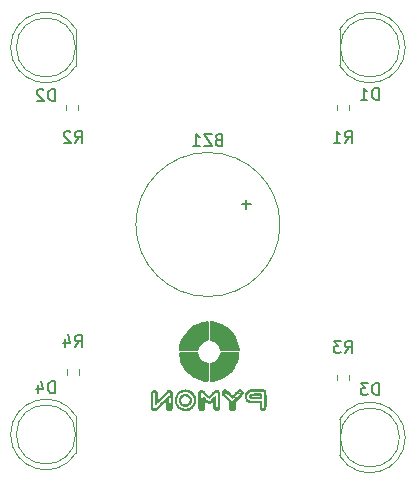
<source format=gbr>
%TF.GenerationSoftware,KiCad,Pcbnew,7.0.6*%
%TF.CreationDate,2024-03-18T09:35:31+01:00*%
%TF.ProjectId,PymonPCB,50796d6f-6e50-4434-922e-6b696361645f,rev?*%
%TF.SameCoordinates,Original*%
%TF.FileFunction,Legend,Bot*%
%TF.FilePolarity,Positive*%
%FSLAX46Y46*%
G04 Gerber Fmt 4.6, Leading zero omitted, Abs format (unit mm)*
G04 Created by KiCad (PCBNEW 7.0.6) date 2024-03-18 09:35:31*
%MOMM*%
%LPD*%
G01*
G04 APERTURE LIST*
%ADD10C,0.150000*%
%ADD11C,0.120000*%
G04 APERTURE END LIST*
D10*
X149069094Y-117040819D02*
X149069094Y-116040819D01*
X149069094Y-116040819D02*
X148830999Y-116040819D01*
X148830999Y-116040819D02*
X148688142Y-116088438D01*
X148688142Y-116088438D02*
X148592904Y-116183676D01*
X148592904Y-116183676D02*
X148545285Y-116278914D01*
X148545285Y-116278914D02*
X148497666Y-116469390D01*
X148497666Y-116469390D02*
X148497666Y-116612247D01*
X148497666Y-116612247D02*
X148545285Y-116802723D01*
X148545285Y-116802723D02*
X148592904Y-116897961D01*
X148592904Y-116897961D02*
X148688142Y-116993200D01*
X148688142Y-116993200D02*
X148830999Y-117040819D01*
X148830999Y-117040819D02*
X149069094Y-117040819D01*
X148164332Y-116040819D02*
X147545285Y-116040819D01*
X147545285Y-116040819D02*
X147878618Y-116421771D01*
X147878618Y-116421771D02*
X147735761Y-116421771D01*
X147735761Y-116421771D02*
X147640523Y-116469390D01*
X147640523Y-116469390D02*
X147592904Y-116517009D01*
X147592904Y-116517009D02*
X147545285Y-116612247D01*
X147545285Y-116612247D02*
X147545285Y-116850342D01*
X147545285Y-116850342D02*
X147592904Y-116945580D01*
X147592904Y-116945580D02*
X147640523Y-116993200D01*
X147640523Y-116993200D02*
X147735761Y-117040819D01*
X147735761Y-117040819D02*
X148021475Y-117040819D01*
X148021475Y-117040819D02*
X148116713Y-116993200D01*
X148116713Y-116993200D02*
X148164332Y-116945580D01*
X123356666Y-112976819D02*
X123689999Y-112500628D01*
X123928094Y-112976819D02*
X123928094Y-111976819D01*
X123928094Y-111976819D02*
X123547142Y-111976819D01*
X123547142Y-111976819D02*
X123451904Y-112024438D01*
X123451904Y-112024438D02*
X123404285Y-112072057D01*
X123404285Y-112072057D02*
X123356666Y-112167295D01*
X123356666Y-112167295D02*
X123356666Y-112310152D01*
X123356666Y-112310152D02*
X123404285Y-112405390D01*
X123404285Y-112405390D02*
X123451904Y-112453009D01*
X123451904Y-112453009D02*
X123547142Y-112500628D01*
X123547142Y-112500628D02*
X123928094Y-112500628D01*
X122499523Y-112310152D02*
X122499523Y-112976819D01*
X122737618Y-111929200D02*
X122975713Y-112643485D01*
X122975713Y-112643485D02*
X122356666Y-112643485D01*
X123356666Y-95704819D02*
X123689999Y-95228628D01*
X123928094Y-95704819D02*
X123928094Y-94704819D01*
X123928094Y-94704819D02*
X123547142Y-94704819D01*
X123547142Y-94704819D02*
X123451904Y-94752438D01*
X123451904Y-94752438D02*
X123404285Y-94800057D01*
X123404285Y-94800057D02*
X123356666Y-94895295D01*
X123356666Y-94895295D02*
X123356666Y-95038152D01*
X123356666Y-95038152D02*
X123404285Y-95133390D01*
X123404285Y-95133390D02*
X123451904Y-95181009D01*
X123451904Y-95181009D02*
X123547142Y-95228628D01*
X123547142Y-95228628D02*
X123928094Y-95228628D01*
X122975713Y-94800057D02*
X122928094Y-94752438D01*
X122928094Y-94752438D02*
X122832856Y-94704819D01*
X122832856Y-94704819D02*
X122594761Y-94704819D01*
X122594761Y-94704819D02*
X122499523Y-94752438D01*
X122499523Y-94752438D02*
X122451904Y-94800057D01*
X122451904Y-94800057D02*
X122404285Y-94895295D01*
X122404285Y-94895295D02*
X122404285Y-94990533D01*
X122404285Y-94990533D02*
X122451904Y-95133390D01*
X122451904Y-95133390D02*
X123023332Y-95704819D01*
X123023332Y-95704819D02*
X122404285Y-95704819D01*
X121642094Y-116890819D02*
X121642094Y-115890819D01*
X121642094Y-115890819D02*
X121403999Y-115890819D01*
X121403999Y-115890819D02*
X121261142Y-115938438D01*
X121261142Y-115938438D02*
X121165904Y-116033676D01*
X121165904Y-116033676D02*
X121118285Y-116128914D01*
X121118285Y-116128914D02*
X121070666Y-116319390D01*
X121070666Y-116319390D02*
X121070666Y-116462247D01*
X121070666Y-116462247D02*
X121118285Y-116652723D01*
X121118285Y-116652723D02*
X121165904Y-116747961D01*
X121165904Y-116747961D02*
X121261142Y-116843200D01*
X121261142Y-116843200D02*
X121403999Y-116890819D01*
X121403999Y-116890819D02*
X121642094Y-116890819D01*
X120213523Y-116224152D02*
X120213523Y-116890819D01*
X120451618Y-115843200D02*
X120689713Y-116557485D01*
X120689713Y-116557485D02*
X120070666Y-116557485D01*
X135500952Y-95435009D02*
X135358095Y-95482628D01*
X135358095Y-95482628D02*
X135310476Y-95530247D01*
X135310476Y-95530247D02*
X135262857Y-95625485D01*
X135262857Y-95625485D02*
X135262857Y-95768342D01*
X135262857Y-95768342D02*
X135310476Y-95863580D01*
X135310476Y-95863580D02*
X135358095Y-95911200D01*
X135358095Y-95911200D02*
X135453333Y-95958819D01*
X135453333Y-95958819D02*
X135834285Y-95958819D01*
X135834285Y-95958819D02*
X135834285Y-94958819D01*
X135834285Y-94958819D02*
X135500952Y-94958819D01*
X135500952Y-94958819D02*
X135405714Y-95006438D01*
X135405714Y-95006438D02*
X135358095Y-95054057D01*
X135358095Y-95054057D02*
X135310476Y-95149295D01*
X135310476Y-95149295D02*
X135310476Y-95244533D01*
X135310476Y-95244533D02*
X135358095Y-95339771D01*
X135358095Y-95339771D02*
X135405714Y-95387390D01*
X135405714Y-95387390D02*
X135500952Y-95435009D01*
X135500952Y-95435009D02*
X135834285Y-95435009D01*
X134929523Y-94958819D02*
X134262857Y-94958819D01*
X134262857Y-94958819D02*
X134929523Y-95958819D01*
X134929523Y-95958819D02*
X134262857Y-95958819D01*
X133358095Y-95958819D02*
X133929523Y-95958819D01*
X133643809Y-95958819D02*
X133643809Y-94958819D01*
X133643809Y-94958819D02*
X133739047Y-95101676D01*
X133739047Y-95101676D02*
X133834285Y-95196914D01*
X133834285Y-95196914D02*
X133929523Y-95244533D01*
X138250951Y-100889866D02*
X137489047Y-100889866D01*
X137869999Y-101270819D02*
X137869999Y-100508914D01*
X121642094Y-92148819D02*
X121642094Y-91148819D01*
X121642094Y-91148819D02*
X121403999Y-91148819D01*
X121403999Y-91148819D02*
X121261142Y-91196438D01*
X121261142Y-91196438D02*
X121165904Y-91291676D01*
X121165904Y-91291676D02*
X121118285Y-91386914D01*
X121118285Y-91386914D02*
X121070666Y-91577390D01*
X121070666Y-91577390D02*
X121070666Y-91720247D01*
X121070666Y-91720247D02*
X121118285Y-91910723D01*
X121118285Y-91910723D02*
X121165904Y-92005961D01*
X121165904Y-92005961D02*
X121261142Y-92101200D01*
X121261142Y-92101200D02*
X121403999Y-92148819D01*
X121403999Y-92148819D02*
X121642094Y-92148819D01*
X120689713Y-91244057D02*
X120642094Y-91196438D01*
X120642094Y-91196438D02*
X120546856Y-91148819D01*
X120546856Y-91148819D02*
X120308761Y-91148819D01*
X120308761Y-91148819D02*
X120213523Y-91196438D01*
X120213523Y-91196438D02*
X120165904Y-91244057D01*
X120165904Y-91244057D02*
X120118285Y-91339295D01*
X120118285Y-91339295D02*
X120118285Y-91434533D01*
X120118285Y-91434533D02*
X120165904Y-91577390D01*
X120165904Y-91577390D02*
X120737332Y-92148819D01*
X120737332Y-92148819D02*
X120118285Y-92148819D01*
X146216666Y-95704819D02*
X146549999Y-95228628D01*
X146788094Y-95704819D02*
X146788094Y-94704819D01*
X146788094Y-94704819D02*
X146407142Y-94704819D01*
X146407142Y-94704819D02*
X146311904Y-94752438D01*
X146311904Y-94752438D02*
X146264285Y-94800057D01*
X146264285Y-94800057D02*
X146216666Y-94895295D01*
X146216666Y-94895295D02*
X146216666Y-95038152D01*
X146216666Y-95038152D02*
X146264285Y-95133390D01*
X146264285Y-95133390D02*
X146311904Y-95181009D01*
X146311904Y-95181009D02*
X146407142Y-95228628D01*
X146407142Y-95228628D02*
X146788094Y-95228628D01*
X145264285Y-95704819D02*
X145835713Y-95704819D01*
X145549999Y-95704819D02*
X145549999Y-94704819D01*
X145549999Y-94704819D02*
X145645237Y-94847676D01*
X145645237Y-94847676D02*
X145740475Y-94942914D01*
X145740475Y-94942914D02*
X145835713Y-94990533D01*
X146216666Y-113484819D02*
X146549999Y-113008628D01*
X146788094Y-113484819D02*
X146788094Y-112484819D01*
X146788094Y-112484819D02*
X146407142Y-112484819D01*
X146407142Y-112484819D02*
X146311904Y-112532438D01*
X146311904Y-112532438D02*
X146264285Y-112580057D01*
X146264285Y-112580057D02*
X146216666Y-112675295D01*
X146216666Y-112675295D02*
X146216666Y-112818152D01*
X146216666Y-112818152D02*
X146264285Y-112913390D01*
X146264285Y-112913390D02*
X146311904Y-112961009D01*
X146311904Y-112961009D02*
X146407142Y-113008628D01*
X146407142Y-113008628D02*
X146788094Y-113008628D01*
X145883332Y-112484819D02*
X145264285Y-112484819D01*
X145264285Y-112484819D02*
X145597618Y-112865771D01*
X145597618Y-112865771D02*
X145454761Y-112865771D01*
X145454761Y-112865771D02*
X145359523Y-112913390D01*
X145359523Y-112913390D02*
X145311904Y-112961009D01*
X145311904Y-112961009D02*
X145264285Y-113056247D01*
X145264285Y-113056247D02*
X145264285Y-113294342D01*
X145264285Y-113294342D02*
X145311904Y-113389580D01*
X145311904Y-113389580D02*
X145359523Y-113437200D01*
X145359523Y-113437200D02*
X145454761Y-113484819D01*
X145454761Y-113484819D02*
X145740475Y-113484819D01*
X145740475Y-113484819D02*
X145835713Y-113437200D01*
X145835713Y-113437200D02*
X145883332Y-113389580D01*
X149069094Y-92044819D02*
X149069094Y-91044819D01*
X149069094Y-91044819D02*
X148830999Y-91044819D01*
X148830999Y-91044819D02*
X148688142Y-91092438D01*
X148688142Y-91092438D02*
X148592904Y-91187676D01*
X148592904Y-91187676D02*
X148545285Y-91282914D01*
X148545285Y-91282914D02*
X148497666Y-91473390D01*
X148497666Y-91473390D02*
X148497666Y-91616247D01*
X148497666Y-91616247D02*
X148545285Y-91806723D01*
X148545285Y-91806723D02*
X148592904Y-91901961D01*
X148592904Y-91901961D02*
X148688142Y-91997200D01*
X148688142Y-91997200D02*
X148830999Y-92044819D01*
X148830999Y-92044819D02*
X149069094Y-92044819D01*
X147545285Y-92044819D02*
X148116713Y-92044819D01*
X147830999Y-92044819D02*
X147830999Y-91044819D01*
X147830999Y-91044819D02*
X147926237Y-91187676D01*
X147926237Y-91187676D02*
X148021475Y-91282914D01*
X148021475Y-91282914D02*
X148116713Y-91330533D01*
%TO.C,G\u002A\u002A\u002A*%
G36*
X134938866Y-110812180D02*
G01*
X135009654Y-110821278D01*
X135254945Y-110864640D01*
X135538476Y-110941385D01*
X135804275Y-111044486D01*
X136053029Y-111174262D01*
X136285424Y-111331032D01*
X136502149Y-111515117D01*
X136655467Y-111672351D01*
X136834302Y-111894666D01*
X136985590Y-112132532D01*
X137108678Y-112384746D01*
X137202916Y-112650105D01*
X137267652Y-112927408D01*
X137280084Y-113000173D01*
X137295040Y-113099366D01*
X137302903Y-113174257D01*
X137303889Y-113229122D01*
X137298211Y-113268235D01*
X137286082Y-113295873D01*
X137260094Y-113335536D01*
X136480217Y-113335291D01*
X136466402Y-113335285D01*
X136311667Y-113334933D01*
X136166699Y-113334106D01*
X136034675Y-113332856D01*
X135918772Y-113331236D01*
X135822169Y-113329297D01*
X135748042Y-113327092D01*
X135699571Y-113324673D01*
X135679931Y-113322094D01*
X135673424Y-113313870D01*
X135657651Y-113279217D01*
X135638733Y-113225238D01*
X135619460Y-113159445D01*
X135587006Y-113056540D01*
X135522044Y-112917613D01*
X135434868Y-112795483D01*
X135321131Y-112683210D01*
X135301348Y-112666600D01*
X135249956Y-112627044D01*
X135197780Y-112593884D01*
X135138762Y-112564301D01*
X135066843Y-112535481D01*
X134975967Y-112504606D01*
X134860076Y-112468860D01*
X134788053Y-112447256D01*
X134783903Y-111651472D01*
X134779752Y-110855688D01*
X134821446Y-110828369D01*
X134836603Y-110819341D01*
X134860277Y-110810913D01*
X134891719Y-110808625D01*
X134938866Y-110812180D01*
G37*
G36*
X133264179Y-117553210D02*
G01*
X133240922Y-117670578D01*
X133192520Y-117780511D01*
X133118308Y-117877909D01*
X133050199Y-117937169D01*
X132945950Y-118001359D01*
X132837316Y-118042781D01*
X132788988Y-118051134D01*
X132689862Y-118050656D01*
X132584403Y-118031674D01*
X132484110Y-117995719D01*
X132453548Y-117980519D01*
X132359009Y-117917548D01*
X132281855Y-117835846D01*
X132215550Y-117728920D01*
X132190817Y-117677459D01*
X132174798Y-117629305D01*
X132167225Y-117576277D01*
X132165047Y-117504849D01*
X132165134Y-117496847D01*
X132363468Y-117496847D01*
X132367178Y-117541367D01*
X132395660Y-117631242D01*
X132447555Y-117713451D01*
X132517258Y-117780219D01*
X132599164Y-117823769D01*
X132646700Y-117837021D01*
X132751204Y-117844861D01*
X132848250Y-117822724D01*
X132934437Y-117771702D01*
X133006367Y-117692888D01*
X133015290Y-117679669D01*
X133043015Y-117629958D01*
X133057659Y-117579546D01*
X133064227Y-117512852D01*
X133065789Y-117461958D01*
X133061288Y-117415449D01*
X133046137Y-117373435D01*
X133016583Y-117320791D01*
X133011890Y-117313216D01*
X132945321Y-117235043D01*
X132862930Y-117180137D01*
X132770569Y-117150456D01*
X132674094Y-117147956D01*
X132579357Y-117174596D01*
X132558520Y-117185070D01*
X132481260Y-117242920D01*
X132419409Y-117319523D01*
X132378350Y-117406844D01*
X132363468Y-117496847D01*
X132165134Y-117496847D01*
X132165614Y-117452552D01*
X132171191Y-117391173D01*
X132184961Y-117337545D01*
X132209765Y-117277220D01*
X132227565Y-117242746D01*
X132280499Y-117165165D01*
X132345848Y-117091942D01*
X132415535Y-117031541D01*
X132481484Y-116992426D01*
X132550506Y-116969722D01*
X132668010Y-116952074D01*
X132789878Y-116955097D01*
X132906078Y-116978243D01*
X133006575Y-117020969D01*
X133026569Y-117033340D01*
X133119060Y-117111384D01*
X133189732Y-117207494D01*
X133237920Y-117316567D01*
X133262957Y-117433506D01*
X133263247Y-117461958D01*
X133264179Y-117553210D01*
G37*
G36*
X139216604Y-117172745D02*
G01*
X139211760Y-117400816D01*
X138744206Y-117400816D01*
X138643001Y-117400720D01*
X138515581Y-117399909D01*
X138414212Y-117397711D01*
X138335322Y-117393465D01*
X138275336Y-117386510D01*
X138230681Y-117376186D01*
X138197782Y-117361832D01*
X138173066Y-117342787D01*
X138152959Y-117318390D01*
X138133888Y-117287981D01*
X138112002Y-117232102D01*
X138104209Y-117160741D01*
X138325167Y-117160741D01*
X138327023Y-117166623D01*
X138337959Y-117173417D01*
X138362041Y-117178571D01*
X138403040Y-117182399D01*
X138464730Y-117185215D01*
X138550884Y-117187333D01*
X138665274Y-117189068D01*
X138759439Y-117190207D01*
X138848723Y-117190903D01*
X138913281Y-117190521D01*
X138957119Y-117188725D01*
X138984242Y-117185183D01*
X138998657Y-117179561D01*
X139004368Y-117171525D01*
X139005381Y-117160741D01*
X139004785Y-117151710D01*
X139000230Y-117143197D01*
X138987702Y-117137159D01*
X138963195Y-117133263D01*
X138922705Y-117131173D01*
X138862225Y-117130558D01*
X138777750Y-117131083D01*
X138665274Y-117132414D01*
X138582277Y-117133599D01*
X138487994Y-117135568D01*
X138419315Y-117138140D01*
X138372466Y-117141630D01*
X138343673Y-117146350D01*
X138329165Y-117152615D01*
X138325167Y-117160741D01*
X138104209Y-117160741D01*
X138103658Y-117155695D01*
X138113893Y-117080212D01*
X138142305Y-117018501D01*
X138148224Y-117010649D01*
X138169937Y-116985608D01*
X138194668Y-116965675D01*
X138226042Y-116950272D01*
X138267681Y-116938821D01*
X138323209Y-116930746D01*
X138396250Y-116925470D01*
X138490427Y-116922416D01*
X138609363Y-116921007D01*
X138756683Y-116920665D01*
X138779216Y-116920680D01*
X138894742Y-116921232D01*
X138998647Y-116922504D01*
X139086853Y-116924391D01*
X139155283Y-116926785D01*
X139199859Y-116929579D01*
X139216504Y-116932669D01*
X139217124Y-116936347D01*
X139218268Y-116965936D01*
X139218564Y-117019251D01*
X139218010Y-117090213D01*
X139216808Y-117160741D01*
X139216604Y-117172745D01*
G37*
G36*
X136595059Y-113431601D02*
G01*
X136752467Y-113431828D01*
X136882429Y-113432347D01*
X136987691Y-113433249D01*
X137070999Y-113434628D01*
X137135099Y-113436574D01*
X137182736Y-113439181D01*
X137216656Y-113442540D01*
X137239605Y-113446744D01*
X137254329Y-113451885D01*
X137263573Y-113458054D01*
X137275396Y-113471204D01*
X137286340Y-113495047D01*
X137291092Y-113530058D01*
X137289747Y-113581317D01*
X137282401Y-113653899D01*
X137269151Y-113752882D01*
X137222322Y-113995442D01*
X137140822Y-114262915D01*
X137030532Y-114519502D01*
X136892820Y-114762823D01*
X136729056Y-114990497D01*
X136540606Y-115200141D01*
X136328839Y-115389376D01*
X136229845Y-115464133D01*
X136010584Y-115603776D01*
X135775102Y-115722482D01*
X135529455Y-115817738D01*
X135279698Y-115887029D01*
X135031888Y-115927840D01*
X134991894Y-115932565D01*
X134942058Y-115939166D01*
X134900639Y-115943319D01*
X134866865Y-115942562D01*
X134839966Y-115934433D01*
X134819170Y-115916468D01*
X134803707Y-115886205D01*
X134792806Y-115841181D01*
X134785697Y-115778934D01*
X134781609Y-115697002D01*
X134779771Y-115592920D01*
X134779413Y-115464227D01*
X134779763Y-115308461D01*
X134780051Y-115123157D01*
X134780152Y-114984087D01*
X134780645Y-114820768D01*
X134781600Y-114685551D01*
X134783076Y-114576185D01*
X134785130Y-114490418D01*
X134787821Y-114425997D01*
X134791206Y-114380670D01*
X134795345Y-114352186D01*
X134800294Y-114338293D01*
X134819521Y-114323759D01*
X134864681Y-114304888D01*
X134924333Y-114288842D01*
X134973010Y-114277317D01*
X135132406Y-114219390D01*
X135275442Y-114135300D01*
X135399850Y-114027290D01*
X135503365Y-113897602D01*
X135583719Y-113748480D01*
X135638646Y-113582165D01*
X135638942Y-113580927D01*
X135655543Y-113522984D01*
X135673765Y-113476548D01*
X135689715Y-113451573D01*
X135697383Y-113448127D01*
X135720922Y-113443788D01*
X135761092Y-113440210D01*
X135820090Y-113437335D01*
X135900113Y-113435109D01*
X136003356Y-113433475D01*
X136132018Y-113432377D01*
X136288295Y-113431760D01*
X136474382Y-113431566D01*
X136595059Y-113431601D01*
G37*
G36*
X133031886Y-113430492D02*
G01*
X133169180Y-113431229D01*
X133301629Y-113432535D01*
X133425353Y-113434401D01*
X133536472Y-113436817D01*
X133631106Y-113439776D01*
X133705374Y-113443267D01*
X133755397Y-113447281D01*
X133777294Y-113451809D01*
X133792308Y-113471985D01*
X133811293Y-113518606D01*
X133827830Y-113581272D01*
X133839101Y-113628811D01*
X133896501Y-113785298D01*
X133980379Y-113926483D01*
X134088301Y-114049919D01*
X134217831Y-114153155D01*
X134366533Y-114233743D01*
X134531972Y-114289235D01*
X134534923Y-114289957D01*
X134592898Y-114305636D01*
X134639190Y-114320759D01*
X134664014Y-114332145D01*
X134668202Y-114340453D01*
X134672369Y-114363632D01*
X134675798Y-114403416D01*
X134678545Y-114462005D01*
X134680666Y-114541601D01*
X134682218Y-114644404D01*
X134683257Y-114772614D01*
X134683839Y-114928431D01*
X134684020Y-115114055D01*
X134684011Y-115210028D01*
X134683896Y-115370998D01*
X134683564Y-115504189D01*
X134682906Y-115612380D01*
X134681813Y-115698351D01*
X134680177Y-115764882D01*
X134677890Y-115814751D01*
X134674842Y-115850741D01*
X134670925Y-115875628D01*
X134666031Y-115892195D01*
X134660051Y-115903219D01*
X134652876Y-115911482D01*
X134621133Y-115932300D01*
X134568850Y-115936185D01*
X134554318Y-115934417D01*
X134503955Y-115928297D01*
X134437003Y-115920168D01*
X134363919Y-115911300D01*
X134157036Y-115873935D01*
X133938807Y-115811335D01*
X133718615Y-115726515D01*
X133503564Y-115622215D01*
X133300760Y-115501176D01*
X133257969Y-115471543D01*
X133146002Y-115384024D01*
X133027257Y-115279350D01*
X132908547Y-115164302D01*
X132796685Y-115045655D01*
X132698484Y-114930189D01*
X132620756Y-114824680D01*
X132497868Y-114623425D01*
X132381340Y-114386873D01*
X132291845Y-114143509D01*
X132226858Y-113887324D01*
X132217684Y-113840087D01*
X132198001Y-113716712D01*
X132188159Y-113613196D01*
X132188208Y-113532172D01*
X132198202Y-113476274D01*
X132218192Y-113448134D01*
X132224755Y-113446181D01*
X132261118Y-113442036D01*
X132323679Y-113438533D01*
X132408556Y-113435663D01*
X132511869Y-113433418D01*
X132629739Y-113431787D01*
X132758286Y-113430762D01*
X132893628Y-113430333D01*
X133031886Y-113430492D01*
G37*
G36*
X134632943Y-110828983D02*
G01*
X134664814Y-110841951D01*
X134667241Y-110846403D01*
X134671559Y-110867841D01*
X134675148Y-110907566D01*
X134678056Y-110967539D01*
X134680329Y-111049720D01*
X134682015Y-111156069D01*
X134683160Y-111288546D01*
X134683813Y-111449110D01*
X134684020Y-111639722D01*
X134684026Y-111681174D01*
X134684116Y-111857579D01*
X134684032Y-112005163D01*
X134683397Y-112126552D01*
X134681836Y-112224377D01*
X134678972Y-112301266D01*
X134674428Y-112359847D01*
X134667828Y-112402748D01*
X134658796Y-112432597D01*
X134646956Y-112452025D01*
X134631931Y-112463658D01*
X134613344Y-112470125D01*
X134590820Y-112474055D01*
X134563982Y-112478076D01*
X134482443Y-112497659D01*
X134354557Y-112547957D01*
X134229018Y-112618365D01*
X134115105Y-112703409D01*
X134022102Y-112797617D01*
X134008468Y-112815073D01*
X133954071Y-112899066D01*
X133902896Y-112998051D01*
X133861088Y-113099172D01*
X133834790Y-113189575D01*
X133825626Y-113226964D01*
X133808556Y-113276579D01*
X133791595Y-113307527D01*
X133790984Y-113308201D01*
X133783128Y-113314542D01*
X133770539Y-113319824D01*
X133750487Y-113324144D01*
X133720247Y-113327596D01*
X133677090Y-113330278D01*
X133618289Y-113332283D01*
X133541115Y-113333710D01*
X133442843Y-113334653D01*
X133320743Y-113335207D01*
X133172088Y-113335470D01*
X132994151Y-113335536D01*
X132979654Y-113335537D01*
X132798429Y-113335589D01*
X132646458Y-113335470D01*
X132521173Y-113334816D01*
X132420009Y-113333259D01*
X132340397Y-113330436D01*
X132279770Y-113325980D01*
X132235561Y-113319525D01*
X132205203Y-113310706D01*
X132186128Y-113299158D01*
X132175770Y-113284514D01*
X132171562Y-113266410D01*
X132170935Y-113244479D01*
X132171323Y-113218356D01*
X132171816Y-113201721D01*
X132176195Y-113145586D01*
X132184126Y-113074200D01*
X132194407Y-112998973D01*
X132208044Y-112917619D01*
X132273993Y-112645899D01*
X132368617Y-112385203D01*
X132490209Y-112137530D01*
X132637064Y-111904879D01*
X132807479Y-111689249D01*
X132999746Y-111492641D01*
X133212163Y-111317053D01*
X133443023Y-111164485D01*
X133690622Y-111036936D01*
X133953254Y-110936405D01*
X133963300Y-110933217D01*
X134072293Y-110902014D01*
X134185061Y-110875157D01*
X134296672Y-110853302D01*
X134402196Y-110837102D01*
X134496703Y-110827213D01*
X134575262Y-110824288D01*
X134632943Y-110828983D01*
G37*
G36*
X133631956Y-117582908D02*
G01*
X133603101Y-117737234D01*
X133549420Y-117883105D01*
X133472938Y-118017415D01*
X133375681Y-118137062D01*
X133259676Y-118238939D01*
X133126948Y-118319941D01*
X132979525Y-118376965D01*
X132819433Y-118406904D01*
X132666623Y-118411025D01*
X132505880Y-118389354D01*
X132352933Y-118338537D01*
X132202621Y-118257322D01*
X132187611Y-118247445D01*
X132068324Y-118148984D01*
X131967436Y-118026214D01*
X131883305Y-117877180D01*
X131834168Y-117746945D01*
X131802911Y-117586066D01*
X131801370Y-117448624D01*
X131999773Y-117448624D01*
X132004455Y-117586928D01*
X132037542Y-117722023D01*
X132096614Y-117849364D01*
X132179254Y-117964406D01*
X132283040Y-118062603D01*
X132405555Y-118139412D01*
X132426040Y-118149400D01*
X132471605Y-118169695D01*
X132512510Y-118182812D01*
X132557922Y-118190558D01*
X132617009Y-118194736D01*
X132698937Y-118197151D01*
X132738598Y-118197860D01*
X132816825Y-118197399D01*
X132875629Y-118193092D01*
X132923867Y-118184031D01*
X132970400Y-118169306D01*
X133020624Y-118147507D01*
X133125716Y-118081488D01*
X133225209Y-117992635D01*
X133311924Y-117886887D01*
X133329879Y-117860421D01*
X133368847Y-117793943D01*
X133394733Y-117728767D01*
X133414431Y-117648895D01*
X133419235Y-117623414D01*
X133430791Y-117470007D01*
X133411967Y-117324575D01*
X133363766Y-117189286D01*
X133287187Y-117066306D01*
X133183232Y-116957803D01*
X133052900Y-116865943D01*
X132973167Y-116826472D01*
X132836371Y-116786194D01*
X132695383Y-116776457D01*
X132553856Y-116797357D01*
X132415444Y-116848992D01*
X132329074Y-116898450D01*
X132210785Y-116994472D01*
X132116371Y-117110185D01*
X132047765Y-117243029D01*
X132006898Y-117390442D01*
X131999773Y-117448624D01*
X131801370Y-117448624D01*
X131801091Y-117423748D01*
X131827974Y-117263994D01*
X131882827Y-117110802D01*
X131964917Y-116968175D01*
X132073509Y-116840112D01*
X132101571Y-116813764D01*
X132225280Y-116719857D01*
X132362044Y-116646474D01*
X132502200Y-116599049D01*
X132570328Y-116588299D01*
X132662745Y-116582331D01*
X132762202Y-116582239D01*
X132856008Y-116588008D01*
X132931468Y-116599620D01*
X133066053Y-116643987D01*
X133207278Y-116719716D01*
X133335232Y-116819201D01*
X133445460Y-116938284D01*
X133533508Y-117072812D01*
X133594922Y-117218628D01*
X133607077Y-117261312D01*
X133633956Y-117423233D01*
X133633370Y-117470007D01*
X133631956Y-117582908D01*
G37*
G36*
X139580779Y-117312114D02*
G01*
X139580860Y-117480842D01*
X139580842Y-117569490D01*
X139580657Y-117723231D01*
X139580171Y-117849578D01*
X139579265Y-117951602D01*
X139577819Y-118032373D01*
X139575712Y-118094962D01*
X139572824Y-118142441D01*
X139569036Y-118177879D01*
X139564227Y-118204349D01*
X139558277Y-118224920D01*
X139551066Y-118242665D01*
X139520619Y-118292597D01*
X139456258Y-118353945D01*
X139376837Y-118394135D01*
X139324704Y-118404041D01*
X139240324Y-118397090D01*
X139158528Y-118366565D01*
X139088071Y-118316193D01*
X139037708Y-118249703D01*
X139036753Y-118247820D01*
X139023248Y-118216242D01*
X139014188Y-118180488D01*
X139008742Y-118133605D01*
X139006083Y-118068638D01*
X139005381Y-117978634D01*
X139005381Y-117770930D01*
X138601254Y-117765655D01*
X138482587Y-117763756D01*
X138362906Y-117760295D01*
X138267047Y-117754639D01*
X138190509Y-117745788D01*
X138128786Y-117732739D01*
X138077375Y-117714489D01*
X138031774Y-117690037D01*
X137987478Y-117658381D01*
X137939983Y-117618519D01*
X137882954Y-117561617D01*
X137806955Y-117453030D01*
X137757568Y-117333511D01*
X137734924Y-117207571D01*
X137735274Y-117196995D01*
X137951192Y-117196995D01*
X137967379Y-117294675D01*
X138008421Y-117378344D01*
X138077070Y-117454913D01*
X138083008Y-117460225D01*
X138116768Y-117487663D01*
X138151992Y-117509655D01*
X138192498Y-117526794D01*
X138242102Y-117539672D01*
X138304622Y-117548881D01*
X138383876Y-117555013D01*
X138483680Y-117558660D01*
X138607851Y-117560414D01*
X138760208Y-117560867D01*
X139213447Y-117560867D01*
X139214636Y-117820949D01*
X139214654Y-117824741D01*
X139215502Y-117935814D01*
X139217211Y-118019443D01*
X139220298Y-118080061D01*
X139225283Y-118122099D01*
X139232685Y-118149991D01*
X139243023Y-118168168D01*
X139256817Y-118181062D01*
X139280598Y-118196541D01*
X139303434Y-118197595D01*
X139334427Y-118178362D01*
X139338640Y-118175012D01*
X139345647Y-118166733D01*
X139351369Y-118153500D01*
X139355964Y-118132307D01*
X139359592Y-118100148D01*
X139362414Y-118054015D01*
X139364589Y-117990904D01*
X139366276Y-117907807D01*
X139367636Y-117801720D01*
X139368827Y-117669635D01*
X139370011Y-117508546D01*
X139370578Y-117408902D01*
X139370845Y-117245724D01*
X139370156Y-117106291D01*
X139368540Y-116992254D01*
X139366024Y-116905264D01*
X139362636Y-116846972D01*
X139358403Y-116819028D01*
X139342280Y-116776620D01*
X138785708Y-116776770D01*
X138229137Y-116776920D01*
X138146010Y-116824595D01*
X138071515Y-116879699D01*
X138010226Y-116948484D01*
X137988866Y-116981306D01*
X137968231Y-117024495D01*
X137957166Y-117072992D01*
X137951590Y-117140133D01*
X137951192Y-117196995D01*
X137735274Y-117196995D01*
X137739151Y-117079723D01*
X137770381Y-116954475D01*
X137828743Y-116836341D01*
X137914367Y-116729830D01*
X137958007Y-116688746D01*
X138008391Y-116649179D01*
X138062320Y-116617219D01*
X138123346Y-116592165D01*
X138195018Y-116573315D01*
X138280886Y-116559970D01*
X138384501Y-116551428D01*
X138509413Y-116546987D01*
X138659172Y-116545948D01*
X138837328Y-116547610D01*
X138872284Y-116548149D01*
X138994303Y-116550618D01*
X139107144Y-116553777D01*
X139206242Y-116557440D01*
X139287030Y-116561420D01*
X139344941Y-116565530D01*
X139375409Y-116569584D01*
X139428442Y-116589275D01*
X139500035Y-116642213D01*
X139551212Y-116719344D01*
X139554823Y-116727680D01*
X139561383Y-116746407D01*
X139566745Y-116769527D01*
X139571029Y-116800108D01*
X139574354Y-116841218D01*
X139576840Y-116895927D01*
X139578606Y-116967302D01*
X139579771Y-117058412D01*
X139580456Y-117172327D01*
X139580626Y-117245724D01*
X139580779Y-117312114D01*
G37*
G36*
X137641590Y-116888722D02*
G01*
X137633836Y-116927554D01*
X137616131Y-116968459D01*
X137586265Y-117014768D01*
X137542031Y-117069809D01*
X137481220Y-117136913D01*
X137401624Y-117219410D01*
X137301034Y-117320629D01*
X137004751Y-117616560D01*
X137004751Y-117881902D01*
X137004548Y-117927269D01*
X137000497Y-118060196D01*
X136990166Y-118166116D01*
X136972137Y-118248643D01*
X136944991Y-118311393D01*
X136907308Y-118357982D01*
X136857669Y-118392026D01*
X136794655Y-118417140D01*
X136717866Y-118431488D01*
X136627989Y-118421139D01*
X136545186Y-118379772D01*
X136470279Y-118307665D01*
X136420567Y-118246208D01*
X136415627Y-117936842D01*
X136410687Y-117627475D01*
X136113584Y-117327379D01*
X136041618Y-117253793D01*
X135966347Y-117174784D01*
X135900702Y-117103712D01*
X135847974Y-117044214D01*
X135811451Y-116999927D01*
X135794422Y-116974488D01*
X135790433Y-116964377D01*
X135773383Y-116877935D01*
X135774927Y-116864001D01*
X136012439Y-116864001D01*
X136013128Y-116867596D01*
X136030530Y-116895642D01*
X136070941Y-116944409D01*
X136133791Y-117013269D01*
X136218512Y-117101594D01*
X136324537Y-117208756D01*
X136636635Y-117520546D01*
X136636635Y-117844239D01*
X136636645Y-117877793D01*
X136636949Y-117979546D01*
X136637972Y-118054799D01*
X136640105Y-118107865D01*
X136643741Y-118143056D01*
X136649273Y-118164684D01*
X136657093Y-118177062D01*
X136667593Y-118184500D01*
X136692193Y-118195872D01*
X136724764Y-118197901D01*
X136755530Y-118175918D01*
X136758696Y-118172320D01*
X136766718Y-118156529D01*
X136772580Y-118130105D01*
X136776594Y-118088773D01*
X136779073Y-118028259D01*
X136780331Y-117944290D01*
X136780681Y-117832590D01*
X136780681Y-117514414D01*
X137092779Y-117201767D01*
X137127925Y-117166435D01*
X137225340Y-117066866D01*
X137302601Y-116985143D01*
X137358849Y-116922214D01*
X137393227Y-116879028D01*
X137404877Y-116856535D01*
X137396296Y-116831490D01*
X137363989Y-116805319D01*
X137356665Y-116802291D01*
X137343414Y-116799888D01*
X137327838Y-116803533D01*
X137307046Y-116815606D01*
X137278149Y-116838489D01*
X137238258Y-116874564D01*
X137184484Y-116926211D01*
X137113937Y-116995813D01*
X137023728Y-117085750D01*
X136946795Y-117161924D01*
X136872374Y-117234219D01*
X136807678Y-117295635D01*
X136755892Y-117343191D01*
X136720204Y-117373910D01*
X136703801Y-117384811D01*
X136689484Y-117375572D01*
X136655273Y-117346340D01*
X136604764Y-117300039D01*
X136541161Y-117239669D01*
X136467669Y-117168229D01*
X136387491Y-117088718D01*
X136313635Y-117015417D01*
X136239492Y-116943210D01*
X136174983Y-116881827D01*
X136123311Y-116834270D01*
X136087681Y-116803536D01*
X136071293Y-116792625D01*
X136052448Y-116796905D01*
X136024022Y-116823318D01*
X136012439Y-116864001D01*
X135774927Y-116864001D01*
X135782914Y-116791942D01*
X135815661Y-116712405D01*
X135868258Y-116645332D01*
X135937341Y-116596731D01*
X136019543Y-116572611D01*
X136021515Y-116572389D01*
X136072198Y-116567948D01*
X136115221Y-116568813D01*
X136154875Y-116577493D01*
X136195455Y-116596498D01*
X136241254Y-116628338D01*
X136296564Y-116675524D01*
X136365679Y-116740565D01*
X136452892Y-116825971D01*
X136477740Y-116850419D01*
X136548099Y-116918760D01*
X136610052Y-116977662D01*
X136660044Y-117023821D01*
X136694522Y-117053938D01*
X136709930Y-117064711D01*
X136710955Y-117064435D01*
X136729554Y-117050323D01*
X136766315Y-117017327D01*
X136817575Y-116968898D01*
X136879674Y-116908486D01*
X136948948Y-116839541D01*
X136955470Y-116832990D01*
X137026719Y-116762516D01*
X137092652Y-116699176D01*
X137149016Y-116646920D01*
X137191557Y-116609699D01*
X137216023Y-116591463D01*
X137242150Y-116582114D01*
X137295861Y-116572342D01*
X137356407Y-116568554D01*
X137391588Y-116568854D01*
X137431004Y-116572647D01*
X137461922Y-116584689D01*
X137494750Y-116609745D01*
X137539893Y-116652581D01*
X137576891Y-116690050D01*
X137609494Y-116730434D01*
X137627675Y-116768188D01*
X137637501Y-116813303D01*
X137641601Y-116848633D01*
X137641599Y-116856535D01*
X137641590Y-116888722D01*
G37*
G36*
X131642742Y-117665536D02*
G01*
X131642584Y-117808852D01*
X131642098Y-117925852D01*
X131641160Y-118019586D01*
X131639644Y-118093102D01*
X131637426Y-118149451D01*
X131634379Y-118191680D01*
X131630380Y-118222839D01*
X131625303Y-118245976D01*
X131619023Y-118264141D01*
X131611415Y-118280383D01*
X131579394Y-118329700D01*
X131511416Y-118388485D01*
X131424658Y-118421961D01*
X131410945Y-118424535D01*
X131317506Y-118425186D01*
X131231524Y-118397753D01*
X131158958Y-118345075D01*
X131105768Y-118269993D01*
X131104310Y-118266935D01*
X131093924Y-118239686D01*
X131085902Y-118204930D01*
X131079746Y-118157766D01*
X131074959Y-118093293D01*
X131071044Y-118006612D01*
X131067504Y-117892821D01*
X131058879Y-117576570D01*
X130658753Y-117978018D01*
X130578183Y-118058425D01*
X130487952Y-118147426D01*
X130405629Y-118227520D01*
X130334124Y-118295927D01*
X130276347Y-118349868D01*
X130235209Y-118386561D01*
X130213620Y-118403226D01*
X130208761Y-118405709D01*
X130130699Y-118427827D01*
X130046657Y-118424574D01*
X129965210Y-118398600D01*
X129894938Y-118352558D01*
X129844418Y-118289099D01*
X129834353Y-118270816D01*
X129812636Y-118236007D01*
X129798482Y-118219744D01*
X129797791Y-118218671D01*
X129794914Y-118195526D01*
X129792475Y-118145348D01*
X129790468Y-118072074D01*
X129788885Y-117979639D01*
X129787721Y-117871980D01*
X129787660Y-117862368D01*
X129997196Y-117862368D01*
X129998258Y-117966277D01*
X130000752Y-118047617D01*
X130005021Y-118109149D01*
X130011405Y-118153635D01*
X130020247Y-118183839D01*
X130031889Y-118202523D01*
X130046672Y-118212448D01*
X130064938Y-118216378D01*
X130087028Y-118217074D01*
X130096262Y-118215392D01*
X130114097Y-118206606D01*
X130139419Y-118188754D01*
X130174089Y-118160108D01*
X130219972Y-118118944D01*
X130278930Y-118063533D01*
X130352824Y-117992149D01*
X130443519Y-117903067D01*
X130552877Y-117794559D01*
X130682760Y-117664900D01*
X130693151Y-117654511D01*
X130802886Y-117545399D01*
X130906202Y-117443736D01*
X131000803Y-117351711D01*
X131084390Y-117271511D01*
X131154666Y-117205324D01*
X131209332Y-117155339D01*
X131246092Y-117123744D01*
X131262646Y-117112726D01*
X131265689Y-117112950D01*
X131272628Y-117116658D01*
X131278213Y-117127364D01*
X131282625Y-117148196D01*
X131286049Y-117182280D01*
X131288667Y-117232742D01*
X131290662Y-117302709D01*
X131292218Y-117395306D01*
X131293517Y-117513660D01*
X131294743Y-117660898D01*
X131298954Y-118209071D01*
X131347787Y-118213849D01*
X131381475Y-118212383D01*
X131423811Y-118188581D01*
X131429361Y-118181033D01*
X131435231Y-118167159D01*
X131439944Y-118145610D01*
X131443625Y-118113344D01*
X131446398Y-118067319D01*
X131448387Y-118004493D01*
X131449718Y-117921825D01*
X131450514Y-117816273D01*
X131450901Y-117684795D01*
X131451002Y-117524348D01*
X131450874Y-117358938D01*
X131450282Y-117218388D01*
X131448925Y-117104213D01*
X131446502Y-117013559D01*
X131442715Y-116943576D01*
X131437261Y-116891412D01*
X131429841Y-116854215D01*
X131420155Y-116829134D01*
X131407901Y-116813318D01*
X131392779Y-116803914D01*
X131374490Y-116798071D01*
X131366350Y-116797474D01*
X131352750Y-116801390D01*
X131333905Y-116812219D01*
X131307896Y-116831726D01*
X131272810Y-116861671D01*
X131226729Y-116903817D01*
X131167736Y-116959928D01*
X131093917Y-117031764D01*
X131003354Y-117121090D01*
X130894132Y-117229666D01*
X130764333Y-117359256D01*
X130735540Y-117388013D01*
X130625522Y-117497352D01*
X130522813Y-117598594D01*
X130429590Y-117689649D01*
X130348027Y-117768425D01*
X130280301Y-117832833D01*
X130228586Y-117880781D01*
X130195059Y-117910180D01*
X130181894Y-117918938D01*
X130180270Y-117911953D01*
X130177661Y-117876863D01*
X130175340Y-117815914D01*
X130173391Y-117732989D01*
X130171895Y-117631971D01*
X130170937Y-117516744D01*
X130170599Y-117391188D01*
X130170546Y-117345793D01*
X130169763Y-117213821D01*
X130168121Y-117095639D01*
X130165720Y-116994889D01*
X130162663Y-116915217D01*
X130159052Y-116860266D01*
X130154990Y-116833679D01*
X130146220Y-116817098D01*
X130114205Y-116794693D01*
X130073655Y-116797591D01*
X130033035Y-116826302D01*
X130030538Y-116829170D01*
X130023330Y-116839838D01*
X130017430Y-116854881D01*
X130012681Y-116877371D01*
X130008926Y-116910377D01*
X130006009Y-116956970D01*
X130003770Y-117020220D01*
X130002055Y-117103199D01*
X130000704Y-117208975D01*
X129999561Y-117340621D01*
X129998468Y-117501207D01*
X129998004Y-117575790D01*
X129997225Y-117733126D01*
X129997196Y-117862368D01*
X129787660Y-117862368D01*
X129786970Y-117753033D01*
X129786625Y-117626733D01*
X129786679Y-117497017D01*
X129787127Y-117367821D01*
X129787962Y-117243080D01*
X129789178Y-117126732D01*
X129790768Y-117022711D01*
X129792727Y-116934955D01*
X129795047Y-116867398D01*
X129797723Y-116823978D01*
X129800748Y-116808630D01*
X129812628Y-116798741D01*
X129824984Y-116768923D01*
X129846048Y-116724595D01*
X129892119Y-116672941D01*
X129952355Y-116629569D01*
X130017466Y-116602507D01*
X130023781Y-116600979D01*
X130115579Y-116594100D01*
X130200971Y-116618164D01*
X130281689Y-116673637D01*
X130291564Y-116682839D01*
X130320073Y-116714737D01*
X130341726Y-116751321D01*
X130357424Y-116797137D01*
X130368067Y-116856736D01*
X130374554Y-116934665D01*
X130377787Y-117035474D01*
X130378664Y-117163712D01*
X130378664Y-117456603D01*
X130790794Y-117046279D01*
X130882119Y-116955785D01*
X130972364Y-116867246D01*
X131054043Y-116788007D01*
X131124355Y-116720747D01*
X131180496Y-116668144D01*
X131219667Y-116632878D01*
X131239064Y-116617627D01*
X131258806Y-116608946D01*
X131337499Y-116594365D01*
X131420595Y-116604182D01*
X131499681Y-116635410D01*
X131566344Y-116685062D01*
X131612171Y-116750147D01*
X131616660Y-116760590D01*
X131623173Y-116779572D01*
X131628492Y-116802984D01*
X131632739Y-116833890D01*
X131636037Y-116875355D01*
X131638508Y-116930443D01*
X131640272Y-117002219D01*
X131641453Y-117093748D01*
X131642171Y-117208093D01*
X131642550Y-117348319D01*
X131642711Y-117517491D01*
X131642712Y-117524348D01*
X131642742Y-117665536D01*
G37*
G36*
X135643886Y-117550651D02*
G01*
X135643188Y-117683944D01*
X135641898Y-117811394D01*
X135640025Y-117928640D01*
X135637573Y-118031322D01*
X135634551Y-118115080D01*
X135630965Y-118175553D01*
X135626822Y-118208381D01*
X135591624Y-118291754D01*
X135534197Y-118358720D01*
X135460265Y-118402035D01*
X135443047Y-118407758D01*
X135350601Y-118420351D01*
X135261733Y-118404225D01*
X135182783Y-118361396D01*
X135120089Y-118293879D01*
X135108151Y-118275505D01*
X135096277Y-118253989D01*
X135087630Y-118230100D01*
X135081594Y-118198900D01*
X135077551Y-118155449D01*
X135074887Y-118094808D01*
X135072984Y-118012039D01*
X135071227Y-117902202D01*
X135070829Y-117877977D01*
X135068586Y-117782252D01*
X135065602Y-117699527D01*
X135062118Y-117634554D01*
X135058376Y-117592084D01*
X135054621Y-117576872D01*
X135054309Y-117576896D01*
X135037209Y-117588414D01*
X135005039Y-117616922D01*
X134964498Y-117656502D01*
X134907424Y-117709815D01*
X134842619Y-117754334D01*
X134777326Y-117777983D01*
X134703045Y-117784937D01*
X134678462Y-117784430D01*
X134634275Y-117777741D01*
X134594426Y-117759050D01*
X134545413Y-117723059D01*
X134510939Y-117694571D01*
X134463505Y-117652626D01*
X134429151Y-117619026D01*
X134424364Y-117613931D01*
X134395793Y-117587599D01*
X134377135Y-117576872D01*
X134376564Y-117577162D01*
X134372558Y-117596312D01*
X134369086Y-117641967D01*
X134366352Y-117709280D01*
X134364562Y-117793401D01*
X134363919Y-117889484D01*
X134363755Y-117960527D01*
X134362235Y-118067051D01*
X134358325Y-118148813D01*
X134351064Y-118210478D01*
X134339493Y-118256710D01*
X134322655Y-118292172D01*
X134299590Y-118321528D01*
X134269338Y-118349442D01*
X134256869Y-118359364D01*
X134179332Y-118401048D01*
X134095724Y-118418114D01*
X134012495Y-118411800D01*
X133936093Y-118383346D01*
X133872969Y-118333990D01*
X133829571Y-118264971D01*
X133824786Y-118251222D01*
X133819296Y-118228003D01*
X133814836Y-118196721D01*
X133811307Y-118154381D01*
X133808610Y-118097991D01*
X133806643Y-118024557D01*
X133805308Y-117931087D01*
X133804718Y-117845497D01*
X133997768Y-117845497D01*
X133998245Y-117942863D01*
X133999462Y-118018715D01*
X134001504Y-118076020D01*
X134004458Y-118117743D01*
X134008411Y-118146850D01*
X134013450Y-118166306D01*
X134019660Y-118179077D01*
X134042107Y-118203622D01*
X134083107Y-118215901D01*
X134129007Y-118197067D01*
X134136375Y-118189374D01*
X134142380Y-118175881D01*
X134147068Y-118153390D01*
X134150603Y-118118614D01*
X134153153Y-118068264D01*
X134154882Y-117999054D01*
X134155955Y-117907696D01*
X134156540Y-117790904D01*
X134156800Y-117645389D01*
X134157280Y-117502533D01*
X134158733Y-117360722D01*
X134161156Y-117250243D01*
X134164559Y-117170734D01*
X134168956Y-117121833D01*
X134174357Y-117103179D01*
X134177776Y-117103514D01*
X134200960Y-117118847D01*
X134241688Y-117152781D01*
X134296436Y-117202173D01*
X134361681Y-117263880D01*
X134433900Y-117334757D01*
X134485397Y-117385865D01*
X134562189Y-117460300D01*
X134621171Y-117514491D01*
X134664819Y-117550565D01*
X134695612Y-117570650D01*
X134716030Y-117576872D01*
X134726288Y-117574984D01*
X134752188Y-117561291D01*
X134789847Y-117532549D01*
X134841744Y-117486630D01*
X134910355Y-117421409D01*
X134998161Y-117334757D01*
X135012354Y-117320627D01*
X135088419Y-117246416D01*
X135153960Y-117185036D01*
X135206075Y-117139060D01*
X135241866Y-117111066D01*
X135258431Y-117103629D01*
X135260142Y-117105755D01*
X135265233Y-117128654D01*
X135269300Y-117176837D01*
X135272388Y-117251648D01*
X135274539Y-117354429D01*
X135275797Y-117486524D01*
X135276207Y-117649276D01*
X135276227Y-117736336D01*
X135276433Y-117864465D01*
X135277015Y-117965770D01*
X135278158Y-118043545D01*
X135280048Y-118101084D01*
X135282869Y-118141680D01*
X135286806Y-118168626D01*
X135292045Y-118185217D01*
X135298769Y-118194746D01*
X135307165Y-118200505D01*
X135330507Y-118211014D01*
X135372902Y-118213719D01*
X135409769Y-118187805D01*
X135415555Y-118179521D01*
X135421116Y-118164856D01*
X135425596Y-118141884D01*
X135429109Y-118107641D01*
X135431768Y-118059164D01*
X135433688Y-117993492D01*
X135434983Y-117907661D01*
X135435767Y-117798708D01*
X135436154Y-117663671D01*
X135436257Y-117499588D01*
X135436240Y-117400387D01*
X135436074Y-117254987D01*
X135435619Y-117136813D01*
X135434741Y-117042850D01*
X135433306Y-116970085D01*
X135431178Y-116915503D01*
X135428222Y-116876089D01*
X135424305Y-116848828D01*
X135419291Y-116830705D01*
X135413046Y-116818707D01*
X135405435Y-116809818D01*
X135379133Y-116791813D01*
X135344081Y-116786980D01*
X135330129Y-116795933D01*
X135295236Y-116825189D01*
X135244067Y-116871578D01*
X135180029Y-116931935D01*
X135106526Y-117003092D01*
X135026961Y-117081885D01*
X134961518Y-117146825D01*
X134887699Y-117218603D01*
X134823169Y-117279740D01*
X134771212Y-117327188D01*
X134735112Y-117357893D01*
X134718151Y-117368806D01*
X134705744Y-117361387D01*
X134672867Y-117333975D01*
X134623570Y-117289257D01*
X134561134Y-117230288D01*
X134488841Y-117160124D01*
X134409972Y-117081821D01*
X134345904Y-117018017D01*
X134271215Y-116944945D01*
X134205404Y-116881988D01*
X134151855Y-116832332D01*
X134113952Y-116799159D01*
X134095080Y-116785653D01*
X134070801Y-116784831D01*
X134034977Y-116799251D01*
X134029869Y-116803407D01*
X134023056Y-116812010D01*
X134017492Y-116825833D01*
X134013022Y-116847854D01*
X134009491Y-116881049D01*
X134006742Y-116928395D01*
X134004620Y-116992867D01*
X134002969Y-117077443D01*
X134001633Y-117185098D01*
X134000457Y-117318811D01*
X133999285Y-117481556D01*
X133998682Y-117574363D01*
X133997942Y-117723652D01*
X133997768Y-117845497D01*
X133804718Y-117845497D01*
X133804505Y-117814587D01*
X133804134Y-117672063D01*
X133804095Y-117500524D01*
X133804170Y-117397710D01*
X133804444Y-117246005D01*
X133805009Y-117121446D01*
X133805985Y-117020964D01*
X133807497Y-116941493D01*
X133809665Y-116879965D01*
X133812612Y-116833315D01*
X133816460Y-116798474D01*
X133821332Y-116772376D01*
X133827349Y-116751955D01*
X133834634Y-116734142D01*
X133877185Y-116671461D01*
X133943242Y-116621171D01*
X134022772Y-116591812D01*
X134108307Y-116586048D01*
X134192379Y-116606544D01*
X134196536Y-116608643D01*
X134227672Y-116630972D01*
X134275970Y-116671547D01*
X134337171Y-116726561D01*
X134407014Y-116792207D01*
X134481240Y-116864680D01*
X134718599Y-117100832D01*
X134961441Y-116859807D01*
X134983712Y-116837817D01*
X135057242Y-116766807D01*
X135124637Y-116704036D01*
X135181824Y-116653156D01*
X135224732Y-116617817D01*
X135249289Y-116601671D01*
X135290866Y-116589471D01*
X135379445Y-116585214D01*
X135463711Y-116607575D01*
X135537502Y-116653304D01*
X135594653Y-116719151D01*
X135628998Y-116801866D01*
X135631661Y-116820260D01*
X135635288Y-116872366D01*
X135638278Y-116949151D01*
X135640635Y-117046254D01*
X135642368Y-117159317D01*
X135643483Y-117283977D01*
X135643987Y-117415875D01*
X135643924Y-117499588D01*
X135643886Y-117550651D01*
G37*
D11*
%TO.C,D3*%
X145771000Y-122195000D02*
X145771000Y-119105000D01*
X151320999Y-120650462D02*
G75*
G03*
X145771001Y-119105170I-2989999J462D01*
G01*
X145771000Y-122194830D02*
G75*
G03*
X151321000Y-120649538I2560000J1544830D01*
G01*
X150831000Y-120650000D02*
G75*
G03*
X150831000Y-120650000I-2500000J0D01*
G01*
%TO.C,R4*%
X123712500Y-114887742D02*
X123712500Y-115362258D01*
X122667500Y-114887742D02*
X122667500Y-115362258D01*
%TO.C,R2*%
X122604500Y-92947258D02*
X122604500Y-92472742D01*
X123649500Y-92947258D02*
X123649500Y-92472742D01*
%TO.C,D4*%
X123464000Y-118851000D02*
X123464000Y-121941000D01*
X117914001Y-120395538D02*
G75*
G03*
X123463999Y-121940830I2989999J-462D01*
G01*
X123464000Y-118851170D02*
G75*
G03*
X117914000Y-120396462I-2560000J-1544830D01*
G01*
X123404000Y-120396000D02*
G75*
G03*
X123404000Y-120396000I-2500000J0D01*
G01*
%TO.C,BZ1*%
X140720000Y-102616000D02*
G75*
G03*
X140720000Y-102616000I-6100000J0D01*
G01*
%TO.C,D2*%
X123464000Y-86085000D02*
X123464000Y-89175000D01*
X117914001Y-87629538D02*
G75*
G03*
X123463999Y-89174830I2989999J-462D01*
G01*
X123464000Y-86085170D02*
G75*
G03*
X117914000Y-87630462I-2560000J-1544830D01*
G01*
X123404000Y-87630000D02*
G75*
G03*
X123404000Y-87630000I-2500000J0D01*
G01*
%TO.C,R1*%
X145527500Y-92947258D02*
X145527500Y-92472742D01*
X146572500Y-92947258D02*
X146572500Y-92472742D01*
%TO.C,R3*%
X146572500Y-115332742D02*
X146572500Y-115807258D01*
X145527500Y-115332742D02*
X145527500Y-115807258D01*
%TO.C,D1*%
X145771000Y-89175000D02*
X145771000Y-86085000D01*
X151320999Y-87630462D02*
G75*
G03*
X145771001Y-86085170I-2989999J462D01*
G01*
X145771000Y-89174830D02*
G75*
G03*
X151321000Y-87629538I2560000J1544830D01*
G01*
X150831000Y-87630000D02*
G75*
G03*
X150831000Y-87630000I-2500000J0D01*
G01*
%TD*%
M02*

</source>
